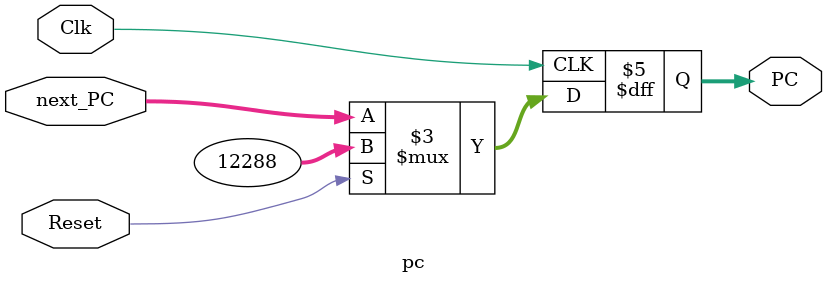
<source format=v>
`timescale 1ns / 1ps
module pc(
    input Clk,
    input Reset,
    input [31:0] next_PC,
    output reg[31:0] PC
    );
	 
	 always @(posedge Clk) begin
		if (Reset) begin
			PC <= 32'h00003000;
		end
		else begin
			PC <= next_PC;
		end
	 end

endmodule

</source>
